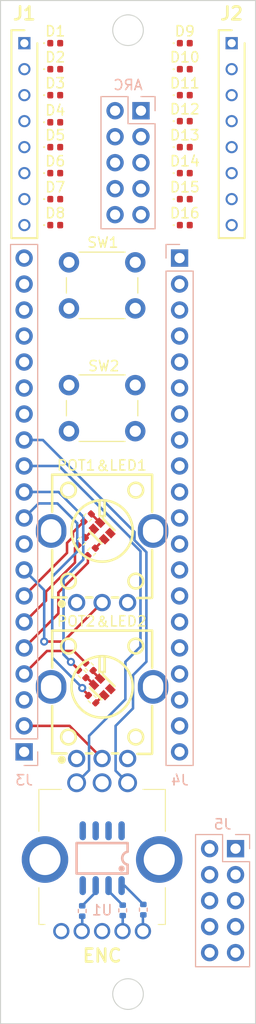
<source format=kicad_pcb>
(kicad_pcb (version 20241229) (generator "pcbnew") (generator_version "9.0")
  (title_block (title "Shock-AE-PCB") (date "2026-02-01") (rev "Mk1") (company "Copyright © 2026 clectric.diy Licensed under CERN-OHL-S v2") (comment 1 "Charles H. Leggett"))
  (layers (0 "F.Cu" signal) (2 "B.Cu" signal) (13 "F.Paste" user) (15 "B.Paste" user) (5 "F.SilkS" user "F.Silkscreen") (7 "B.SilkS" user "B.Silkscreen") (1 "F.Mask" user) (3 "B.Mask" user) (25 "Edge.Cuts" user))
  (net 0 "")
  (net 1 "I2C_SDA")
  (net 2 "SD_D2")
  (net 3 "SPI_MISO")
  (net 4 "AUDIO_IN_1")
  (net 5 "SPI_NSS")
  (net 6 "USB_OTG_FS_ID")
  (net 7 "ENC_CLICK")
  (net 8 "SD_CK")
  (net 9 "AUDIO_IN_2")
  (net 10 "SD_D3")
  (net 11 "SPI_MOSI")
  (net 12 "I2C_SCL")
  (net 13 "SD_D1")
  (net 14 "SD_CMD")
  (net 15 "SD_D0")
  (net 16 "A1_D16")
  (net 17 "SPI_SCK")
  (net 18 "USB_OTG_FS_D-")
  (net 19 "ENC_B")
  (net 20 "POT_1")
  (net 21 "LED_1_G")
  (net 22 "+3V3_A")
  (net 23 "ENC_A")
  (net 24 "LED_2_R")
  (net 25 "A7_D22")
  (net 26 "TAC_SWITCH_2")
  (net 27 "+3V3_D")
  (net 28 "LED_1_B")
  (net 29 "AUDIO_OUT_1")
  (net 30 "LED_1_R")
  (net 31 "POT_2")
  (net 32 "AUDIO_OUT_2")
  (net 33 "USB_OTG_FS_D+")
  (net 34 "LED_2_B")
  (net 35 "TAC_SWITCH_1")
  (net 36 "LED_2_G")
  (net 37 "+5V")
  (net 38 "Net-(D1-A)")
  (net 39 "STOP")
  (net 40 "GATE")
  (net 41 "CTRL")
  (net 42 "CLOCK")
  (net 43 "CV")
  (net 44 "START")
  (net 45 "POT_2_CV")
  (net 46 "POT_1_CV")
  (net 49 "Net-(D2-A)")
  (net 50 "Net-(ENC1--_1)")
  (net 51 "Net-(D3-A)")
  (net 52 "Net-(D4-A)")
  (net 53 "Net-(D5-A)")
  (net 54 "Net-(D6-A)")
  (net 55 "Net-(D7-A)")
  (net 56 "Net-(D8-A)")
  (net 57 "Net-(D9-K)")
  (net 58 "Net-(D10-K)")
  (net 59 "Net-(D11-K)")
  (net 61 "Net-(D12-K)")
  (net 64 "Net-(D13-K)")
  (net 66 "Net-(D14-K)")
  (net 67 "Net-(D15-K)")
  (net 68 "Net-(D16-K)")
  (net 69 "AGND")
  (net 70 "SW_1_CV")
  (net 71 "SW2_2_CV")
  (net 72 "MIDI")
  (net 73 "/ENC_GREEN")
  (net 74 "/ENC_BLUE")
  (net 75 "/ENC_RED")
  (footprint "Diode_SMD:D_0402_1005Metric" (layer "F.Cu") (at 99.725 66.349252)
    (property "Reference" "D16" (at 0 -1.17 0) (layer "F.SilkS"))
    (property "Value" "D")
    (fp_circle (center -1.09 0) (end -1.04 0) (stroke (width 0.1)) (fill no) (layer "F.SilkS"))
    (pad "1" smd roundrect (at -0.485 0) (size 0.59 0.64) (layers "F.Cu" "F.Mask" "F.Paste") (net 68 "Net-(D16-K)"))
    (pad "2" smd roundrect (at 0.485 0) (size 0.59 0.64) (layers "F.Cu" "F.Mask" "F.Paste") (net 25 "A7_D22"))
  )
  (footprint "Diode_SMD:D_0402_1005Metric" (layer "F.Cu") (at 99.725 53.649252)
    (property "Reference" "D11" (at 0 -1.17 0) (layer "F.SilkS"))
    (property "Value" "D")
    (fp_circle (center -1.09 0) (end -1.04 0) (stroke (width 0.1)) (fill no) (layer "F.SilkS"))
    (pad "1" smd roundrect (at -0.485 0) (size 0.59 0.64) (layers "F.Cu" "F.Mask" "F.Paste") (net 59 "Net-(D11-K)"))
    (pad "2" smd roundrect (at 0.485 0) (size 0.59 0.64) (layers "F.Cu" "F.Mask" "F.Paste"))
  )
  (footprint "Resistor_SMD:R_0402_1005Metric" (layer "F.Cu") (at 90.38 109.509252 -45)
    (property "Reference" "R5" (hide yes))
    (property "Value" "R" (hide yes))
    (fp_line (start -0.153641 0.38) (end 0.153641 0.38) (stroke (width 0.12)) (layer "F.SilkS"))
    (fp_line (start -0.153641 -0.38) (end 0.153641 -0.38) (stroke (width 0.12)) (layer "F.SilkS"))
    (pad "1" smd roundrect (at -0.509999 0 315) (size 0.54 0.64) (layers "F.Cu" "F.Mask" "F.Paste") (net 24 "LED_2_R"))
    (pad "2" smd roundrect (at 0.509999 0 315) (size 0.54 0.64) (layers "F.Cu" "F.Mask" "F.Paste") (net 24 "LED_2_R"))
  )
  (footprint "Button_Switch_THT:SW_PUSH_6mm" (layer "F.Cu") (at 94.87 74.489252 180)
    (property "Reference" "SW1" (at 3.175 6.439 0) (layer "F.SilkS"))
    (property "Value" "SW_Push" (hide yes))
    (fp_line (start 6.75 3) (end 6.75 1.5) (stroke (width 0.12)) (layer "F.SilkS"))
    (fp_line (start 5.5 -1) (end 1 -1) (stroke (width 0.12)) (layer "F.SilkS"))
    (fp_line (start 1 5.5) (end 5.5 5.5) (stroke (width 0.12)) (layer "F.SilkS"))
    (fp_line (start -0.25 1.5) (end -0.25 3) (stroke (width 0.12)) (layer "F.SilkS"))
    (pad "1" thru_hole circle (at 0 0 270) (size 2 2) (drill 1.1) (layers "*.Cu" "*.Mask") (net 35 "TAC_SWITCH_1"))
    (pad "1" thru_hole circle (at 6.5 0 270) (size 2 2) (drill 1.1) (layers "*.Cu" "*.Mask") (net 35 "TAC_SWITCH_1"))
    (pad "2" thru_hole circle (at 0 4.5 270) (size 2 2) (drill 1.1) (layers "*.Cu" "*.Mask") (net 69 "AGND"))
    (pad "2" thru_hole circle (at 6.5 4.5 270) (size 2 2) (drill 1.1) (layers "*.Cu" "*.Mask") (net 69 "AGND"))
  )
  (footprint "clectric-diy:LED-SMD_4P-L1.6-W1.5-BL_A-SP1943B1GHR6C-C01-2T" (layer "F.Cu") (at 91.6204 111.479252 -45)
    (property "Reference" "LED2" (at -2.7382 -6.329737 180) (layer "F.SilkS"))
    (property "Value" "LED-SMD_4P-L1.6-W1.5-BL_A-SP1943B1GHR6C-C01-2T" (hide yes))
    (fp_line (start -0.8 0.900001) (end 0.8 0.900001) (stroke (width 0.25)) (layer "F.SilkS"))
    (fp_line (start -0.8 -0.900001) (end 0.8 -0.900001) (stroke (width 0.25)) (layer "F.SilkS"))
    (pad "1" smd rect (at -0.72 0.42 135) (size 0.85 0.65) (layers "F.Cu" "F.Mask" "F.Paste") (net 36 "LED_2_G"))
    (pad "2" smd rect (at -0.72 -0.42 135) (size 0.85 0.65) (layers "F.Cu" "F.Mask" "F.Paste") (net 24 "LED_2_R"))
    (pad "3" smd rect (at 0.72 -0.42 135) (size 0.85 0.65) (layers "F.Cu" "F.Mask" "F.Paste") (net 27 "+3V3_D"))
    (pad "4" smd rect (at 0.72 0.42 135) (size 0.85 0.65) (layers "F.Cu" "F.Mask" "F.Paste") (net 34 "LED_2_B"))
  )
  (footprint "Diode_SMD:D_0402_1005Metric" (layer "F.Cu") (at 99.725 63.809252)
    (property "Reference" "D15" (at 0 -1.17 0) (layer "F.SilkS"))
    (property "Value" "D")
    (fp_circle (center -1.09 0) (end -1.04 0) (stroke (width 0.1)) (fill no) (layer "F.SilkS"))
    (pad "1" smd roundrect (at -0.485 0) (size 0.59 0.64) (layers "F.Cu" "F.Mask" "F.Paste") (net 67 "Net-(D15-K)"))
    (pad "2" smd roundrect (at 0.485 0) (size 0.59 0.64) (layers "F.Cu" "F.Mask" "F.Paste") (net 16 "A1_D16"))
  )
  (footprint "clectric-diy:PEL12T4225SS1024" (layer "F.Cu") (at 91.6204 128.098852 180)
    (property "Reference" "ENC1" (hide yes))
    (property "Value" "ENC" (at 0 -9.6454 0) (layer "F.SilkS") (effects (font (size 1.27 1.27) (thickness 0.254))))
    (fp_line (start 6.2 6.6) (end 6.2 3) (stroke (width 0.1)) (layer "F.SilkS"))
    (fp_line (start 6.2 3) (end 6.2 2.5) (stroke (width 0.1)) (layer "F.SilkS"))
    (fp_line (start 6.2 -3) (end 6.2 -6.6) (stroke (width 0.1)) (layer "F.SilkS"))
    (fp_line (start 6.2 -6.6) (end 5.6 -6.6) (stroke (width 0.1)) (layer "F.SilkS"))
    (fp_line (start 4 6.6) (end 6.2 6.6) (stroke (width 0.1)) (layer "F.SilkS"))
    (fp_line (start -4 6.6) (end -6.2 6.6) (stroke (width 0.1)) (layer "F.SilkS"))
    (fp_line (start -5.5 -6.6) (end -6.2 -6.6) (stroke (width 0.1)) (layer "F.SilkS"))
    (fp_line (start -6.2 6.6) (end -6.2 2.5) (stroke (width 0.1)) (layer "F.SilkS"))
    (fp_line (start -6.2 -6.6) (end -6.2 -3) (stroke (width 0.1)) (layer "F.SilkS"))
    (pad "1" thru_hole circle (at -4 -7.25 180) (size 1.6 1.6) (drill 1.1) (layers "*.Cu" "*.Mask") (net 50 "Net-(ENC1--_1)"))
    (pad "2" thru_hole circle (at -2 -7.25 180) (size 1.6 1.6) (drill 1.1) (layers "*.Cu" "*.Mask") (net 73 "/ENC_GREEN"))
    (pad "3" thru_hole circle (at 0 -7.25 180) (size 1.6 1.6) (drill 1.1) (layers "*.Cu" "*.Mask") (net 7 "ENC_CLICK"))
    (pad "4" thru_hole circle (at 2 -7.25 180) (size 1.6 1.6) (drill 1.1) (layers "*.Cu" "*.Mask") (net 74 "/ENC_BLUE"))
    (pad "5" thru_hole circle (at 4 -7.25 180) (size 1.6 1.6) (drill 1.1) (layers "*.Cu" "*.Mask") (net 37 "+5V"))
    (pad "A1" thru_hole circle (at -2.5 7.25 180) (size 1.85 1.85) (drill 1.3) (layers "*.Cu" "*.Mask") (net 23 "ENC_A"))
    (pad "B1" thru_hole circle (at 2.5 7.25 180) (size 1.85 1.85) (drill 1.3) (layers "*.Cu" "*.Mask") (net 19 "ENC_B"))
    (pad "C1" thru_hole circle (at 0 7.25 180) (size 1.85 1.85) (drill 1.3) (layers "*.Cu" "*.Mask") (net 69 "AGND"))
    (pad "MH1" thru_hole circle (at -5.6 -0.25 180) (size 4.562 4.562) (drill 3.0414) (layers "*.Cu" "*.Mask") (net 69 "AGND"))
    (pad "MH2" thru_hole circle (at 5.6 -0.25 180) (size 4.562 4.562) (drill 3.0414) (layers "*.Cu" "*.Mask") (net 69 "AGND"))
  )
  (footprint "Button_Switch_THT:SW_PUSH_6mm" (layer "F.Cu") (at 94.87 86.489252 180)
    (property "Reference" "SW2" (at 3.085 6.369 0) (layer "F.SilkS"))
    (property "Value" "SW_Push" (hide yes))
    (fp_line (start 6.75 3) (end 6.75 1.5) (stroke (width 0.12)) (layer "F.SilkS"))
    (fp_line (start 5.5 -1) (end 1 -1) (stroke (width 0.12)) (layer "F.SilkS"))
    (fp_line (start 1 5.5) (end 5.5 5.5) (stroke (width 0.12)) (layer "F.SilkS"))
    (fp_line (start -0.25 1.5) (end -0.25 3) (stroke (width 0.12)) (layer "F.SilkS"))
    (pad "1" thru_hole circle (at 0 0 270) (size 2 2) (drill 1.1) (layers "*.Cu" "*.Mask") (net 26 "TAC_SWITCH_2"))
    (pad "1" thru_hole circle (at 6.5 0 270) (size 2 2) (drill 1.1) (layers "*.Cu" "*.Mask") (net 26 "TAC_SWITCH_2"))
    (pad "2" thru_hole circle (at 0 4.5 270) (size 2 2) (drill 1.1) (layers "*.Cu" "*.Mask") (net 69 "AGND"))
    (pad "2" thru_hole circle (at 6.5 4.5 270) (size 2 2) (drill 1.1) (layers "*.Cu" "*.Mask") (net 69 "AGND"))
  )
  (footprint "clectric-diy:RK09K1130D62" (layer "F.Cu") (at 91.6204 114.978852)
    (property "Reference" "POT2" (at -2.5404 -9.9116 0) (layer "F.SilkS"))
    (property "Value" "RK09K1130D62" (hide yes))
    (fp_line (start -4.9 -9) (end -4.9 -5.38) (stroke (width 0.25)) (layer "F.SilkS"))
    (fp_line (start -4.9 -9) (end 4.9 -9) (stroke (width 0.25)) (layer "F.SilkS"))
    (fp_line (start -4.9 -1.62) (end -4.9 3) (stroke (width 0.25)) (layer "F.SilkS"))
    (fp_line (start -4.9 3) (end -3.5 3) (stroke (width 0.25)) (layer "F.SilkS"))
    (fp_line (start -1.58 3) (end -0.96 3) (stroke (width 0.25)) (layer "F.SilkS"))
    (fp_line (start -0.25 -6.48) (end -0.25 -4.95) (stroke (width 0.25)) (layer "F.SilkS"))
    (fp_line (start -0.25 -4.95) (end 0.25 -4.95) (stroke (width 0.25)) (layer "F.SilkS"))
    (fp_line (start 0.25 -4.95) (end 0.25 -6.48) (stroke (width 0.25)) (layer "F.SilkS"))
    (fp_line (start 0.96 3) (end 1.58 3) (stroke (width 0.25)) (layer "F.SilkS"))
    (fp_line (start 4.86 3.05) (end 3.46 3.05) (stroke (width 0.25)) (layer "F.SilkS"))
    (fp_line (start 4.9 -9) (end 4.9 -5.38) (stroke (width 0.25)) (layer "F.SilkS"))
    (fp_line (start 4.9 -1.62) (end 4.9 3) (stroke (width 0.25)) (layer "F.SilkS"))
    (fp_circle (center -3.96 3.62) (end -3.76 3.62) (stroke (width 0.4)) (fill no) (layer "F.SilkS"))
    (fp_circle (center -3.3 -7.49) (end -2.58 -7.49) (stroke (width 0.25)) (fill no) (layer "F.SilkS"))
    (fp_circle (center -3.3 1.4) (end -2.58 1.4) (stroke (width 0.25)) (fill no) (layer "F.SilkS"))
    (fp_circle (center 0 -3.5) (end 3 -3.5) (stroke (width 0.25)) (fill no) (layer "F.SilkS"))
    (fp_circle (center 3.3 -7.49) (end 4.02 -7.49) (stroke (width 0.25)) (fill no) (layer "F.SilkS"))
    (fp_circle (center 3.3 1.4) (end 4.02 1.4) (stroke (width 0.25)) (fill no) (layer "F.SilkS"))
    (pad "1" thru_hole circle (at -2.5 3.5) (size 1.7 1.7) (drill 1.100023) (layers "*.Cu" "*.Mask") (net 69 "AGND"))
    (pad "2" thru_hole circle (at 0 3.5) (size 1.7 1.7) (drill 1.100023) (layers "*.Cu" "*.Mask") (net 31 "POT_2"))
    (pad "3" thru_hole circle (at 2.5 3.5) (size 1.7 1.7) (drill 1.100023) (layers "*.Cu" "*.Mask") (net 22 "+3V3_A"))
    (pad "4" thru_hole oval (at 5 -3.5) (size 3 3.3) (drill oval 1.999996 2.300021) (layers "*.Cu" "*.Mask") (net 69 "AGND"))
    (pad "5" thru_hole oval (at -5 -3.5) (size 3 3.3) (drill oval 1.999996 2.300021) (layers "*.Cu" "*.Mask") (net 69 "AGND"))
  )
  (footprint "Diode_SMD:D_0402_1005Metric" (layer "F.Cu") (at 99.725 51.109252)
    (property "Reference" "D10" (at 0 -1.17 0) (layer "F.SilkS"))
    (property "Value" "D")
    (fp_circle (center -1.09 0) (end -1.04 0) (stroke (width 0.1)) (fill no) (layer "F.SilkS"))
    (pad "1" smd roundrect (at -0.485 0) (size 0.59 0.64) (layers "F.Cu" "F.Mask" "F.Paste") (net 58 "Net-(D10-K)"))
    (pad "2" smd roundrect (at 0.485 0) (size 0.59 0.64) (layers "F.Cu" "F.Mask" "F.Paste") (net 32 "AUDIO_OUT_2"))
  )
  (footprint "clectric-diy:801-87-008-10-005101" (layer "F.Cu") (at 104.32 48.569252 90)
    (property "Reference" "J2" (at 2.9 0 180) (layer "F.SilkS") (effects (font (size 1.27 1.27) (thickness 0.254))))
    (property "Value" "Conn_01x08_Socket" (hide yes))
    (fp_line (start 1.27 -1.27) (end 1.27 0) (stroke (width 0.2)) (layer "F.SilkS"))
    (fp_line (start -19.05 -1.27) (end 1.27 -1.27) (stroke (width 0.2)) (layer "F.SilkS"))
    (fp_line (start 0 1.27) (end -19.05 1.27) (stroke (width 0.2)) (layer "F.SilkS"))
    (fp_line (start -19.05 1.27) (end -19.05 -1.27) (stroke (width 0.2)) (layer "F.SilkS"))
    (pad "1" thru_hole rect (at 0 0 90) (size 1.2 1.2) (drill 0.8) (layers "*.Cu" "*.Mask") (net 57 "Net-(D9-K)"))
    (pad "2" thru_hole circle (at -2.54 0 90) (size 1.2 1.2) (drill 0.8) (layers "*.Cu" "*.Mask") (net 58 "Net-(D10-K)"))
    (pad "3" thru_hole circle (at -5.08 0 90) (size 1.2 1.2) (drill 0.8) (layers "*.Cu" "*.Mask") (net 59 "Net-(D11-K)"))
    (pad "4" thru_hole circle (at -7.62 0 90) (size 1.2 1.2) (drill 0.8) (layers "*.Cu" "*.Mask") (net 61 "Net-(D12-K)"))
    (pad "5" thru_hole circle (at -10.16 0 90) (size 1.2 1.2) (drill 0.8) (layers "*.Cu" "*.Mask") (net 64 "Net-(D13-K)"))
    (pad "6" thru_hole circle (at -12.7 0 90) (size 1.2 1.2) (drill 0.8) (layers "*.Cu" "*.Mask") (net 66 "Net-(D14-K)"))
    (pad "7" thru_hole circle (at -15.24 0 90) (size 1.2 1.2) (drill 0.8) (layers "*.Cu" "*.Mask") (net 67 "Net-(D15-K)"))
    (pad "8" thru_hole circle (at -17.78 0 90) (size 1.2 1.2) (drill 0.8) (layers "*.Cu" "*.Mask") (net 68 "Net-(D16-K)"))
  )
  (footprint "Diode_SMD:D_0402_1005Metric" (layer "F.Cu") (at 87.025 51.109252)
    (property "Reference" "D2" (at 0 -1.17 0) (layer "F.SilkS"))
    (property "Value" "D")
    (fp_circle (center -1.09 0) (end -1.04 0) (stroke (width 0.1)) (fill no) (layer "F.SilkS"))
    (pad "1" smd roundrect (at -0.485 0) (size 0.59 0.64) (layers "F.Cu" "F.Mask" "F.Paste") (net 9 "AUDIO_IN_2"))
    (pad "2" smd roundrect (at 0.485 0) (size 0.59 0.64) (layers "F.Cu" "F.Mask" "F.Paste") (net 49 "Net-(D2-A)"))
  )
  (footprint "Diode_SMD:D_0402_1005Metric" (layer "F.Cu") (at 87.025 61.269252)
    (property "Reference" "D6" (at 0 -1.17 0) (layer "F.SilkS"))
    (property "Value" "D")
    (fp_circle (center -1.09 0) (end -1.04 0) (stroke (width 0.1)) (fill no) (layer "F.SilkS"))
    (pad "1" smd roundrect (at -0.485 0) (size 0.59 0.64) (layers "F.Cu" "F.Mask" "F.Paste") (net 45 "POT_2_CV"))
    (pad "2" smd roundrect (at 0.485 0) (size 0.59 0.64) (layers "F.Cu" "F.Mask" "F.Paste") (net 54 "Net-(D6-A)"))
  )
  (footprint "Resistor_SMD:R_0402_1005Metric" (layer "F.Cu") (at 89.61 97.239252 45)
    (property "Reference" "R1" (hide yes))
    (property "Value" "R" (hide yes))
    (fp_line (start -0.153641 -0.38) (end 0.153641 -0.38) (stroke (width 0.12)) (layer "F.SilkS"))
    (fp_line (start -0.153641 0.38) (end 0.153641 0.38) (stroke (width 0.12)) (layer "F.SilkS"))
    (pad "1" smd roundrect (at -0.509999 0 45) (size 0.54 0.64) (layers "F.Cu" "F.Mask" "F.Paste") (net 21 "LED_1_G"))
    (pad "2" smd roundrect (at 0.509999 0 45) (size 0.54 0.64) (layers "F.Cu" "F.Mask" "F.Paste") (net 21 "LED_1_G"))
  )
  (footprint "Resistor_SMD:R_0402_1005Metric" (layer "F.Cu") (at 90.59 98.279252 45)
    (property "Reference" "R3" (hide yes))
    (property "Value" "R" (hide yes))
    (fp_line (start -0.153641 -0.38) (end 0.153641 -0.38) (stroke (width 0.12)) (layer "F.SilkS"))
    (fp_line (start -0.153641 0.38) (end 0.153641 0.38) (stroke (width 0.12)) (layer "F.SilkS"))
    (pad "1" smd roundrect (at -0.509999 0 45) (size 0.54 0.64) (layers "F.Cu" "F.Mask" "F.Paste") (net 28 "LED_1_B"))
    (pad "2" smd roundrect (at 0.509999 0 45) (size 0.54 0.64) (layers "F.Cu" "F.Mask" "F.Paste") (net 28 "LED_1_B"))
  )
  (footprint "Diode_SMD:D_0402_1005Metric" (layer "F.Cu") (at 87.025 58.729252)
    (property "Reference" "D5" (at 0 -1.17 0) (layer "F.SilkS"))
    (property "Value" "D")
    (fp_circle (center -1.09 0) (end -1.04 0) (stroke (width 0.1)) (fill no) (layer "F.SilkS"))
    (pad "1" smd roundrect (at -0.485 0) (size 0.59 0.64) (layers "F.Cu" "F.Mask" "F.Paste") (net 46 "POT_1_CV"))
    (pad "2" smd roundrect (at 0.485 0) (size 0.59 0.64) (layers "F.Cu" "F.Mask" "F.Paste") (net 53 "Net-(D5-A)"))
  )
  (footprint "clectric-diy:RK09K1130D62" (layer "F.Cu") (at 91.6204 99.739252)
    (property "Reference" "POT1" (at -2.5404 -9.912 0) (layer "F.SilkS"))
    (property "Value" "RK09K1130D62" (hide yes))
    (fp_line (start -4.9 -9) (end -4.9 -5.38) (stroke (width 0.25)) (layer "F.SilkS"))
    (fp_line (start -4.9 -9) (end 4.9 -9) (stroke (width 0.25)) (layer "F.SilkS"))
    (fp_line (start -4.9 -1.62) (end -4.9 3) (stroke (width 0.25)) (layer "F.SilkS"))
    (fp_line (start -4.9 3) (end -3.5 3) (stroke (width 0.25)) (layer "F.SilkS"))
    (fp_line (start -1.58 3) (end -0.96 3) (stroke (width 0.25)) (layer "F.SilkS"))
    (fp_line (start -0.25 -6.48) (end -0.25 -4.95) (stroke (width 0.25)) (layer "F.SilkS"))
    (fp_line (start -0.25 -4.95) (end 0.25 -4.95) (stroke (width 0.25)) (layer "F.SilkS"))
    (fp_line (start 0.25 -4.95) (end 0.25 -6.48) (stroke (width 0.25)) (layer "F.SilkS"))
    (fp_line (start 0.96 3) (end 1.58 3) (stroke (width 0.25)) (layer "F.SilkS"))
    (fp_line (start 4.86 3.05) (end 3.46 3.05) (stroke (width 0.25)) (layer "F.SilkS"))
    (fp_line (start 4.9 -9) (end 4.9 -5.38) (stroke (width 0.25)) (layer "F.SilkS"))
    (fp_line (start 4.9 -1.62) (end 4.9 3) (stroke (width 0.25)) (layer "F.SilkS"))
    (fp_circle (center -3.96 3.62) (end -3.76 3.62) (stroke (width 0.4)) (fill no) (layer "F.SilkS"))
    (fp_circle (center -3.3 -7.49) (end -2.58 -7.49) (stroke (width 0.25)) (fill no) (layer "F.SilkS"))
    (fp_circle (center -3.3 1.4) (end -2.58 1.4) (stroke (width 0.25)) (fill no) (layer "F.SilkS"))
    (fp_circle (center 0 -3.5) (end 3 -3.5) (stroke (width 0.25)) (fill no) (layer "F.SilkS"))
    (fp_circle (center 3.3 -7.49) (end 4.02 -7.49) (stroke (width 0.25)) (fill no) (layer "F.SilkS"))
    (fp_circle (center 3.3 1.4) (end 4.02 1.4) (stroke (width 0.25)) (fill no) (layer "F.SilkS"))
    (pad "1" thru_hole circle (at -2.5 3.5) (size 1.7 1.7) (drill 1.100023) (layers "*.Cu" "*.Mask") (net 69 "AGND"))
    (pad "2" thru_hole circle (at 0 3.5) (size 1.7 1.7) (drill 1.100023) (layers "*.Cu" "*.Mask") (net 20 "POT_1"))
    (pad "3" thru_hole circle (at 2.5 3.5) (size 1.7 1.7) (drill 1.100023) (layers "*.Cu" "*.Mask") (net 22 "+3V3_A"))
    (pad "4" thru_hole oval (at 5 -3.5) (size 3 3.3) (drill oval 1.999996 2.300021) (layers "*.Cu" "*.Mask") (net 69 "AGND"))
    (pad "5" thru_hole oval (at -5 -3.5) (size 3 3.3) (drill oval 1.999996 2.300021) (layers "*.Cu" "*.Mask") (net 69 "AGND"))
  )
  (footprint "clectric-diy:801-87-008-10-005101" (layer "F.Cu") (at 84 48.569252 90)
    (property "Reference" "J1" (at 2.9 0 180) (layer "F.SilkS") (effects (font (size 1.27 1.27) (thickness 0.254))))
    (property "Value" "Conn_01x08_Socket" (hide yes))
    (fp_line (start 1.27 -1.27) (end 1.27 0) (stroke (width 0.2)) (layer "F.SilkS"))
    (fp_line (start -19.05 -1.27) (end 1.27 -1.27) (stroke (width 0.2)) (layer "F.SilkS"))
    (fp_line (start 0 1.27) (end -19.05 1.27) (stroke (width 0.2)) (layer "F.SilkS"))
    (fp_line (start -19.05 1.27) (end -19.05 -1.27) (stroke (width 0.2)) (layer "F.SilkS"))
    (pad "1" thru_hole rect (at 0 0 90) (size 1.2 1.2) (drill 0.8) (layers "*.Cu" "*.Mask") (net 38 "Net-(D1-A)"))
    (pad "2" thru_hole circle (at -2.54 0 90) (size 1.2 1.2) (drill 0.8) (layers "*.Cu" "*.Mask") (net 49 "Net-(D2-A)"))
    (pad "3" thru_hole circle (at -5.08 0 90) (size 1.2 1.2) (drill 0.8) (layers "*.Cu" "*.Mask") (net 51 "Net-(D3-A)"))
    (pad "4" thru_hole circle (at -7.62 0 90) (size 1.2 1.2) (drill 0.8) (layers "*.Cu" "*.Mask") (net 52 "Net-(D4-A)"))
    (pad "5" thru_hole circle (at -10.16 0 90) (size 1.2 1.2) (drill 0.8) (layers "*.Cu" "*.Mask") (net 53 "Net-(D5-A)"))
    (pad "6" thru_hole circle (at -12.7 0 90) (size 1.2 1.2) (drill 0.8) (layers "*.Cu" "*.Mask") (net 54 "Net-(D6-A)"))
    (pad "7" thru_hole circle (at -15.24 0 90) (size 1.2 1.2) (drill 0.8) (layers "*.Cu" "*.Mask") (net 55 "Net-(D7-A)"))
    (pad "8" thru_hole circle (at -17.78 0 90) (size 1.2 1.2) (drill 0.8) (layers "*.Cu" "*.Mask") (net 56 "Net-(D8-A)"))
  )
  (footprint "Diode_SMD:D_0402_1005Metric" (layer "F.Cu") (at 87.025 53.649252)
    (property "Reference" "D3" (at 0 -1.17 0) (layer "F.SilkS"))
    (property "Value" "D")
    (fp_circle (center -1.09 0) (end -1.04 0) (stroke (width 0.1)) (fill no) (layer "F.SilkS"))
    (pad "1" smd roundrect (at -0.485 0) (size 0.59 0.64) (layers "F.Cu" "F.Mask" "F.Paste") (net 70 "SW_1_CV"))
    (pad "2" smd roundrect (at 0.485 0) (size 0.59 0.64) (layers "F.Cu" "F.Mask" "F.Paste") (net 51 "Net-(D3-A)"))
  )
  (footprint "Diode_SMD:D_0402_1005Metric" (layer "F.Cu") (at 99.725 48.569252)
    (property "Reference" "D9" (at 0 -1.17 0) (layer "F.SilkS"))
    (property "Value" "D")
    (fp_circle (center -1.09 0) (end -1.04 0) (stroke (width 0.1)) (fill no) (layer "F.SilkS"))
    (pad "1" smd roundrect (at -0.485 0) (size 0.59 0.64) (layers "F.Cu" "F.Mask" "F.Paste") (net 57 "Net-(D9-K)"))
    (pad "2" smd roundrect (at 0.485 0) (size 0.59 0.64) (layers "F.Cu" "F.Mask" "F.Paste") (net 29 "AUDIO_OUT_1"))
  )
  (footprint "Diode_SMD:D_0402_1005Metric" (layer "F.Cu") (at 99.725 56.189252)
    (property "Reference" "D12" (at 0 -1.17 0) (layer "F.SilkS"))
    (property "Value" "D")
    (fp_circle (center -1.09 0) (end -1.04 0) (stroke (width 0.1)) (fill no) (layer "F.SilkS"))
    (pad "1" smd roundrect (at -0.485 0) (size 0.59 0.64) (layers "F.Cu" "F.Mask" "F.Paste") (net 61 "Net-(D12-K)"))
    (pad "2" smd roundrect (at 0.485 0) (size 0.59 0.64) (layers "F.Cu" "F.Mask" "F.Paste"))
  )
  (footprint "Diode_SMD:D_0402_1005Metric" (layer "F.Cu") (at 87.025 56.299252)
    (property "Reference" "D4" (at 0 -1.17 0) (layer "F.SilkS"))
    (property "Value" "D")
    (fp_circle (center -1.09 0) (end -1.04 0) (stroke (width 0.1)) (fill no) (layer "F.SilkS"))
    (pad "1" smd roundrect (at -0.485 0) (size 0.59 0.64) (layers "F.Cu" "F.Mask" "F.Paste") (net 71 "SW2_2_CV"))
    (pad "2" smd roundrect (at 0.485 0) (size 0.59 0.64) (layers "F.Cu" "F.Mask" "F.Paste") (net 52 "Net-(D4-A)"))
  )
  (footprint "Diode_SMD:D_0402_1005Metric" (layer "F.Cu") (at 99.725 61.269252)
    (property "Reference" "D14" (at 0 -1.17 0) (layer "F.SilkS"))
    (property "Value" "D")
    (fp_circle (center -1.09 0) (end -1.04 0) (stroke (width 0.1)) (fill no) (layer "F.SilkS"))
    (pad "1" smd roundrect (at -0.485 0) (size 0.59 0.64) (layers "F.Cu" "F.Mask" "F.Paste") (net 66 "Net-(D14-K)"))
    (pad "2" smd roundrect (at 0.485 0) (size 0.59 0.64) (layers "F.Cu" "F.Mask" "F.Paste"))
  )
  (footprint "Resistor_SMD:R_0402_1005Metric" (layer "F.Cu") (at 90.64 112.679252 -45)
    (property "Reference" "R6" (hide yes))
    (property "Value" "R" (hide yes))
    (fp_line (start -0.153641 0.38) (end 0.153641 0.38) (stroke (width 0.12)) (layer "F.SilkS"))
    (fp_line (start -0.153641 -0.38) (end 0.153641 -0.38) (stroke (width 0.12)) (layer "F.SilkS"))
    (pad "1" smd roundrect (at -0.509999 0 315) (size 0.54 0.64) (layers "F.Cu" "F.Mask" "F.Paste") (net 34 "LED_2_B"))
    (pad "2" smd roundrect (at 0.509999 0 315) (size 0.54 0.64) (layers "F.Cu" "F.Mask" "F.Paste") (net 34 "LED_2_B"))
  )
  (footprint "Diode_SMD:D_0402_1005Metric" (layer "F.Cu") (at 99.725 58.729252)
    (property "Reference" "D13" (at 0 -1.17 0) (layer "F.SilkS"))
    (property "Value" "D")
    (fp_circle (center -1.09 0) (end -1.04 0) (stroke (width 0.1)) (fill no) (layer "F.SilkS"))
    (pad "1" smd roundrect (at -0.485 0) (size 0.59 0.64) (layers "F.Cu" "F.Mask" "F.Paste") (net 64 "Net-(D13-K)"))
    (pad "2" smd roundrect (at 0.485 0) (size 0.59 0.64) (layers "F.Cu" "F.Mask" "F.Paste"))
  )
  (footprint "Resistor_SMD:R_0402_1005Metric" (layer "F.Cu") (at 90.2 94.939252 45)
    (property "Reference" "R2" (hide yes))
    (property "Value" "R" (hide yes))
    (fp_line (start -0.153641 -0.38) (end 0.153641 -0.38) (stroke (width 0.12)) (layer "F.SilkS"))
    (fp_line (start -0.153641 0.38) (end 0.153641 0.38) (stroke (width 0.12)) (layer "F.SilkS"))
    (pad "1" smd roundrect (at -0.509999 0 45) (size 0.54 0.64) (layers "F.Cu" "F.Mask" "F.Paste") (net 30 "LED_1_R"))
    (pad "2" smd roundrect (at 0.509999 0 45) (size 0.54 0.64) (layers "F.Cu" "F.Mask" "F.Paste") (net 30 "LED_1_R"))
  )
  (footprint "Diode_SMD:D_0402_1005Metric" (layer "F.Cu") (at 87.025 66.349252)
    (property "Reference" "D8" (at 0 -1.17 0) (layer "F.SilkS"))
    (property "Value" "D")
    (fp_circle (center -1.09 0) (end -1.04 0) (stroke (width 0.1)) (fill no) (layer "F.SilkS"))
    (pad "1" smd roundrect (at -0.485 0) (size 0.59 0.64) (layers "F.Cu" "F.Mask" "F.Paste") (net 25 "A7_D22"))
    (pad "2" smd roundrect (at 0.485 0) (size 0.59 0.64) (layers "F.Cu" "F.Mask" "F.Paste") (net 56 "Net-(D8-A)"))
  )
  (footprint "Resistor_SMD:R_0402_1005Metric" (layer "F.Cu") (at 89.67 110.219252 -45)
    (property "Reference" "R4" (hide yes))
    (property "Value" "R" (hide yes))
    (fp_line (start -0.153641 0.38) (end 0.153641 0.38) (stroke (width 0.12)) (layer "F.SilkS"))
    (fp_line (start -0.153641 -0.38) (end 0.153641 -0.38) (stroke (width 0.12)) (layer "F.SilkS"))
    (pad "1" smd roundrect (at -0.509999 0 315) (size 0.54 0.64) (layers "F.Cu" "F.Mask" "F.Paste") (net 36 "LED_2_G"))
    (pad "2" smd roundrect (at 0.509999 0 315) (size 0.54 0.64) (layers "F.Cu" "F.Mask" "F.Paste") (net 36 "LED_2_G"))
  )
  (footprint "clectric-diy:LED-SMD_4P-L1.6-W1.5-BL_A-SP1943B1GHR6C-C01-2T" (layer "F.Cu") (at 91.6204 96.238852 -45)
    (property "Reference" "LED1" (at -2.737917 -6.329454 180) (layer "F.SilkS"))
    (property "Value" "LED-SMD_4P-L1.6-W1.5-BL_A-SP1943B1GHR6C-C01-2T" (hide yes))
    (fp_line (start -0.8 0.900001) (end 0.8 0.900001) (stroke (width 0.25)) (layer "F.SilkS"))
    (fp_line (start -0.8 -0.900001) (end 0.8 -0.900001) (stroke (width 0.25)) (layer "F.SilkS"))
    (pad "1" smd rect (at -0.72 0.42 135) (size 0.85 0.65) (layers "F.Cu" "F.Mask" "F.Paste") (net 21 "LED_1_G"))
    (pad "2" smd rect (at -0.72 -0.42 135) (size 0.85 0.65) (layers "F.Cu" "F.Mask" "F.Paste") (net 30 "LED_1_R"))
    (pad "3" smd rect (at 0.72 -0.42 135) (size 0.85 0.65) (layers "F.Cu" "F.Mask" "F.Paste") (net 27 "+3V3_D"))
    (pad "4" smd rect (at 0.72 0.42 135) (size 0.85 0.65) (layers "F.Cu" "F.Mask" "F.Paste") (net 28 "LED_1_B"))
  )
  (footprint "Diode_SMD:D_0402_1005Metric" (layer "F.Cu") (at 87.025 63.809252)
    (property "Reference" "D7" (at 0 -1.17 0) (layer "F.SilkS"))
    (property "Value" "D")
    (fp_circle (center -1.09 0) (end -1.04 0) (stroke (width 0.1)) (fill no) (layer "F.SilkS"))
    (pad "1" smd roundrect (at -0.485 0) (size 0.59 0.64) (layers "F.Cu" "F.Mask" "F.Paste") (net 16 "A1_D16"))
    (pad "2" smd roundrect (at 0.485 0) (size 0.59 0.64) (layers "F.Cu" "F.Mask" "F.Paste") (net 55 "Net-(D7-A)"))
  )
  (footprint "Diode_SMD:D_0402_1005Metric" (layer "F.Cu") (at 87.025 48.569252)
    (property "Reference" "D1" (at 0 -1.17 0) (layer "F.SilkS"))
    (property "Value" "D")
    (fp_circle (center -1.09 0) (end -1.04 0) (stroke (width 0.1)) (fill no) (layer "F.SilkS"))
    (pad "1" smd roundrect (at -0.485 0) (size 0.59 0.64) (layers "F.Cu" "F.Mask" "F.Paste") (net 4 "AUDIO_IN_1"))
    (pad "2" smd roundrect (at 0.485 0) (size 0.59 0.64) (layers "F.Cu" "F.Mask" "F.Paste") (net 38 "Net-(D1-A)"))
  )
  (footprint "Resistor_SMD:R_0402_1005Metric" (layer "B.Cu") (at 93.64 133.319252 90)
    (property "Reference" "R8" (hide yes))
    (property "Value" "R" (hide yes))
    (fp_line (start -0.153641 -0.38) (end 0.153641 -0.38) (stroke (width 0.12)) (layer "B.SilkS"))
    (fp_line (start -0.153641 0.38) (end 0.153641 0.38) (stroke (width 0.12)) (layer "B.SilkS"))
    (pad "1" smd roundrect (at -0.509999 0 90) (size 0.54 0.64) (layers "B.Cu" "B.Mask" "B.Paste") (net 73 "/ENC_GREEN"))
    (pad "2" smd roundrect (at 0.509999 0 90) (size 0.54 0.64) (layers "B.Cu" "B.Mask" "B.Paste") (net 73 "/ENC_GREEN"))
  )
  (footprint "Connector_PinHeader_2.54mm:PinHeader_2x05_P2.54mm_Vertical" (layer "B.Cu") (at 104.7 127.289252 180)
    (property "Reference" "J5" (at 1.27 2.38 0) (layer "B.SilkS") (effects (justify mirror)))
    (property "Value" "Conn_02x05_Odd_Even" (hide yes))
    (fp_line (start 3.92 1.38) (end 3.92 -11.54) (stroke (width 0.12)) (layer "B.SilkS"))
    (fp_line (start 1.27 1.38) (end 3.92 1.38) (stroke (width 0.12)) (layer "B.SilkS"))
    (fp_line (start 1.27 -1.27) (end 1.27 1.38) (stroke (width 0.12)) (layer "B.SilkS"))
    (fp_line (start -1.38 1.38) (end 0 1.38) (stroke (width 0.12)) (layer "B.SilkS"))
    (fp_line (start -1.38 0) (end -1.38 1.38) (stroke (width 0.12)) (layer "B.SilkS"))
    (fp_line (start -1.38 -1.27) (end 1.27 -1.27) (stroke (width 0.12)) (layer "B.SilkS"))
    (fp_line (start -1.38 -1.27) (end -1.38 -11.54) (stroke (width 0.12)) (layer "B.SilkS"))
    (fp_line (start -1.38 -11.54) (end 3.92 -11.54) (stroke (width 0.12)) (layer "B.SilkS"))
    (pad "1" thru_hole rect (at 0 0 180) (size 1.7 1.7) (drill 1) (layers "*.Cu" "*.Mask") (net 37 "+5V"))
    (pad "2" thru_hole circle (at 2.54 0 180) (size 1.7 1.7) (drill 1) (layers "*.Cu" "*.Mask") (net 37 "+5V"))
    (pad "3" thru_hole circle (at 0 -2.54 180) (size 1.7 1.7) (drill 1) (layers "*.Cu" "*.Mask") (net 69 "AGND"))
    (pad "4" thru_hole circle (at 2.54 -2.54 180) (size 1.7 1.7) (drill 1) (layers "*.Cu" "*.Mask") (net 69 "AGND"))
    (pad "5" thru_hole circle (at 0 -5.08 180) (size 1.7 1.7) (drill 1) (layers "*.Cu" "*.Mask") (net 43 "CV"))
    (pad "6" thru_hole circle (at 2.54 -5.08 180) (size 1.7 1.7) (drill 1) (layers "*.Cu" "*.Mask") (net 40 "GATE"))
    (pad "7" thru_hole circle (at 0 -7.62 180) (size 1.7 1.7) (drill 1) (layers "*.Cu" "*.Mask") (net 44 "START"))
    (pad "8" thru_hole circle (at 2.54 -7.62 180) (size 1.7 1.7) (drill 1) (layers "*.Cu" "*.Mask") (net 42 "CLOCK"))
    (pad "9" thru_hole circle (at 0 -10.16 180) (size 1.7 1.7) (drill 1) (layers "*.Cu" "*.Mask") (net 41 "CTRL"))
    (pad "10" thru_hole circle (at 2.54 -10.16 180) (size 1.7 1.7) (drill 1) (layers "*.Cu" "*.Mask") (net 39 "STOP"))
  )
  (footprint "clectric-diy:Connector_PinSocket-1x20-P2.54mm_Mill-Max_315-13-120-41-004000" (layer "B.Cu") (at 99.215 69.569252 180)
    (property "Reference" "J4" (at -0.025 -51.03 0) (layer "B.SilkS") (effects (justify mirror)))
    (property "Value" "Conn_01x20_Pin" (hide yes))
    (fp_line (start 1.33 1.33) (end 1.33 0) (stroke (width 0.12)) (layer "B.SilkS"))
    (fp_line (start 1.33 -1.27) (end 1.33 -49.59) (stroke (width 0.12)) (layer "B.SilkS"))
    (fp_line (start 0 1.33) (end 1.33 1.33) (stroke (width 0.12)) (layer "B.SilkS"))
    (fp_line (start -1.33 -1.27) (end 1.33 -1.27) (stroke (width 0.12)) (layer "B.SilkS"))
    (fp_line (start -1.33 -1.27) (end -1.33 -49.59) (stroke (width 0.12)) (layer "B.SilkS"))
    (fp_line (start -1.33 -49.59) (end 1.33 -49.59) (stroke (width 0.12)) (layer "B.SilkS"))
    (pad "1" thru_hole rect (at 0 0 180) (size 1.7 1.7) (drill 1) (layers "*.Cu" "*.Mask") (net 6 "USB_OTG_FS_ID"))
    (pad "2" thru_hole circle (at 0 -2.54 180) (size 1.7 1.7) (drill 1) (layers "*.Cu" "*.Mask") (net 10 "SD_D3"))
    (pad "3" thru_hole circle (at 0 -5.08 180) (size 1.7 1.7) (drill 1) (layers "*.Cu" "*.Mask") (net 2 "SD_D2"))
    (pad "4" thru_hole circle (at 0 -7.62 180) (size 1.7 1.7) (drill 1) (layers "*.Cu" "*.Mask") (net 13 "SD_D1"))
    (pad "5" thru_hole circle (at 0 -10.16 180) (size 1.7 1.7) (drill 1) (layers "*.Cu" "*.Mask") (net 15 "SD_D0"))
    (pad "6" thru_hole circle (at 0 -12.7 180) (size 1.7 1.7) (drill 1) (layers "*.Cu" "*.Mask") (net 14 "SD_CMD"))
    (pad "7" thru_hole circle (at 0 -15.24 180) (size 1.7 1.7) (drill 1) (layers "*.Cu" "*.Mask") (net 8 "SD_CK"))
    (pad "8" thru_hole circle (at 0 -17.78 180) (size 1.7 1.7) (drill 1) (layers "*.Cu" "*.Mask") (net 5 "SPI_NSS"))
    (pad "9" thru_hole circle (at 0 -20.32 180) (size 1.7 1.7) (drill 1) (layers "*.Cu" "*.Mask") (net 17 "SPI_SCK"))
    (pad "10" thru_hole circle (at 0 -22.86 180) (size 1.7 1.7) (drill 1) (layers "*.Cu" "*.Mask") (net 3 "SPI_MISO"))
    (pad "11" thru_hole circle (at 0 -25.4 180) (size 1.7 1.7) (drill 1) (layers "*.Cu" "*.Mask") (net 11 "SPI_MOSI"))
    (pad "12" thru_hole circle (at 0 -27.94 180) (size 1.7 1.7) (drill 1) (layers "*.Cu" "*.Mask") (net 12 "I2C_SCL"))
    (pad "13" thru_hole circle (at 0 -30.48 180) (size 1.7 1.7) (drill 1) (layers "*.Cu" "*.Mask") (net 1 "I2C_SDA"))
    (pad "14" thru_hole circle (at 0 -33.02 180) (size 1.7 1.7) (drill 1) (layers "*.Cu" "*.Mask") (net 7 "ENC_CLICK"))
    (pad "15" thru_hole circle (at 0 -35.56 180) (size 1.7 1.7) (drill 1) (layers "*.Cu" "*.Mask") (net 72 "MIDI"))
    (pad "16" thru_hole circle (at 0 -38.1 180) (size 1.7 1.7) (drill 1) (layers "*.Cu" "*.Mask") (net 4 "AUDIO_IN_1"))
    (pad "17" thru_hole circle (at 0 -40.64 180) (size 1.7 1.7) (drill 1) (layers "*.Cu" "*.Mask") (net 9 "AUDIO_IN_2"))
    (pad "18" thru_hole circle (at 0 -43.18 180) (size 1.7 1.7) (drill 1) (layers "*.Cu" "*.Mask") (net 29 "AUDIO_OUT_1"))
    (pad "19" thru_hole circle (at 0 -45.72 180) (size 1.7 1.7) (drill 1) (layers "*.Cu" "*.Mask") (net 32 "AUDIO_OUT_2"))
    (pad "20" thru_hole circle (at 0 -48.26 180) (size 1.7 1.7) (drill 1) (layers "*.Cu" "*.Mask") (net 69 "AGND"))
  )
  (footprint "Resistor_SMD:R_0402_1005Metric" (layer "B.Cu") (at 89.67 133.379252 90)
    (property "Reference" "R9" (hide yes))
    (property "Value" "R" (hide yes))
    (fp_line (start -0.153641 -0.38) (end 0.153641 -0.38) (stroke (width 0.12)) (layer "B.SilkS"))
    (fp_line (start -0.153641 0.38) (end 0.153641 0.38) (stroke (width 0.12)) (layer "B.SilkS"))
    (pad "1" smd roundrect (at -0.509999 0 90) (size 0.54 0.64) (layers "B.Cu" "B.Mask" "B.Paste") (net 74 "/ENC_BLUE"))
    (pad "2" smd roundrect (at 0.509999 0 90) (size 0.54 0.64) (layers "B.Cu" "B.Mask" "B.Paste") (net 74 "/ENC_BLUE"))
  )
  (footprint "clectric-diy:SOP-8_L4.9-W3.9-P1.27-LS6.0-BL" (layer "B.Cu") (at 91.62 128.219252 180)
    (property "Reference" "U1" (at 0 -5.08 0) (layer "B.SilkS") (effects (justify mirror)))
    (property "Value" "WS2811" (hide yes))
    (fp_line (start 2.5 -1.5) (end 2.5 1.48) (stroke (width 0.25)) (layer "B.SilkS"))
    (fp_line (start -2.5 1.48) (end 2.5 1.48) (stroke (width 0.25)) (layer "B.SilkS"))
    (fp_line (start -2.5 0.63) (end -2.5 1.48) (stroke (width 0.25)) (layer "B.SilkS"))
    (fp_line (start -2.5 -0.63) (end -2.5 -1.5) (stroke (width 0.25)) (layer "B.SilkS"))
    (fp_line (start -2.5 -1.5) (end 2.5 -1.5) (stroke (width 0.25)) (layer "B.SilkS"))
    (fp_arc (start -2.494818 -0.629073) (mid -1.970475 0.002632) (end -2.5 0.63) (stroke (width 0.25)) (layer "B.SilkS"))
    (fp_circle (center -1.91 -1.02) (end -1.76 -1.02) (stroke (width 0.3)) (fill no) (layer "B.SilkS"))
    (pad "1" smd oval (at -1.91 -2.68 180) (size 0.63 1.86) (layers "B.Cu" "B.Mask" "B.Paste") (net 75 "/ENC_RED"))
    (pad "2" smd oval (at -0.63 -2.68 180) (size 0.63 1.86) (layers "B.Cu" "B.Mask" "B.Paste") (net 73 "/ENC_GREEN"))
    (pad "3" smd oval (at 0.63 -2.68 180) (size 0.63 1.86) (layers "B.Cu" "B.Mask" "B.Paste") (net 74 "/ENC_BLUE"))
    (pad "4" smd oval (at 1.9 -2.68 180) (size 0.63 1.86) (layers "B.Cu" "B.Mask" "B.Paste") (net 69 "AGND"))
    (pad "5" smd oval (at 1.9 2.68 180) (size 0.63 1.86) (layers "B.Cu" "B.Mask" "B.Paste"))
    (pad "6" smd oval (at 0.63 2.68 180) (size 0.63 1.86) (layers "B.Cu" "B.Mask" "B.Paste") (net 11 "SPI_MOSI"))
    (pad "7" smd oval (at -0.63 2.68 180) (size 0.63 1.86) (layers "B.Cu" "B.Mask" "B.Paste"))
    (pad "8" smd oval (at -1.91 2.68 180) (size 0.63 1.86) (layers "B.Cu" "B.Mask" "B.Paste") (net 37 "+5V"))
  )
  (footprint "Connector_PinHeader_2.54mm:PinHeader_2x05_P2.54mm_Vertical" (layer "B.Cu") (at 95.43 55.169252 180)
    (property "Reference" "J6" (hide yes))
    (property "Value" "Conn_02x05_Odd_Even" (hide yes))
    (fp_line (start 3.92 1.38) (end 3.92 -11.54) (stroke (width 0.12)) (layer "B.SilkS"))
    (fp_line (start 1.27 1.38) (end 3.92 1.38) (stroke (width 0.12)) (layer "B.SilkS"))
    (fp_line (start 1.27 -1.27) (end 1.27 1.38) (stroke (width 0.12)) (layer "B.SilkS"))
    (fp_line (start -1.38 1.38) (end 0 1.38) (stroke (width 0.12)) (layer "B.SilkS"))
    (fp_line (start -1.38 0) (end -1.38 1.38) (stroke (width 0.12)) (layer "B.SilkS"))
    (fp_line (start -1.38 -1.27) (end 1.27 -1.27) (stroke (width 0.12)) (layer "B.SilkS"))
    (fp_line (start -1.38 -1.27) (end -1.38 -11.54) (stroke (width 0.12)) (layer "B.SilkS"))
    (fp_line (start -1.38 -11.54) (end 3.92 -11.54) (stroke (width 0.12)) (layer "B.SilkS"))
    (pad "1" thru_hole rect (at 0 0 180) (size 1.7 1.7) (drill 1) (layers "*.Cu" "*.Mask") (net 22 "+3V3_A"))
    (pad "2" thru_hole circle (at 2.54 0 180) (size 1.7 1.7) (drill 1) (layers "*.Cu" "*.Mask") (net 27 "+3V3_D"))
    (pad "3" thru_hole circle (at 0 -2.54 180) (size 1.7 1.7) (drill 1) (layers "*.Cu" "*.Mask") (net 69 "AGND"))
    (pad "4" thru_hole circle (at 2.54 -2.54 180) (size 1.7 1.7) (drill 1) (layers "*.Cu" "*.Mask") (net 69 "AGND"))
    (pad "5" thru_hole circle (at 0 -5.08 180) (size 1.7 1.7) (drill 1) (layers "*.Cu" "*.Mask") (net 1 "I2C_SDA"))
    (pad "6" thru_hole circle (at 2.54 -5.08 180) (size 1.7 1.7) (drill 1) (layers "*.Cu" "*.Mask") (net 12 "I2C_SCL"))
    (pad "7" thru_hole circle (at 0 -7.62 180) (size 1.7 1.7) (drill 1) (layers "*.Cu" "*.Mask") (net 11 "SPI_MOSI"))
    (pad "8" thru_hole circle (at 2.54 -7.62 180) (size 1.7 1.7) (drill 1) (layers "*.Cu" "*.Mask") (net 3 "SPI_MISO"))
    (pad "9" thru_hole circle (at 0 -10.16 180) (size 1.7 1.7) (drill 1) (layers "*.Cu" "*.Mask") (net 5 "SPI_NSS"))
    (pad "10" thru_hole circle (at 2.54 -10.16 180) (size 1.7 1.7) (drill 1) (layers "*.Cu" "*.Mask") (net 17 "SPI_SCK"))
  )
  (footprint "Resistor_SMD:R_0402_1005Metric" (layer "B.Cu") (at 95.66 133.249252 90)
    (property "Reference" "R7" (hide yes))
    (property "Value" "R" (hide yes))
    (fp_line (start -0.153641 -0.38) (end 0.153641 -0.38) (stroke (width 0.12)) (layer "B.SilkS"))
    (fp_line (start -0.153641 0.38) (end 0.153641 0.38) (stroke (width 0.12)) (layer "B.SilkS"))
    (pad "1" smd roundrect (at -0.509999 0 90) (size 0.54 0.64) (layers "B.Cu" "B.Mask" "B.Paste") (net 50 "Net-(ENC1--_1)"))
    (pad "2" smd roundrect (at 0.509999 0 90) (size 0.54 0.64) (layers "B.Cu" "B.Mask" "B.Paste") (net 75 "/ENC_RED"))
  )
  (footprint "clectric-diy:Connector_PinSocket-1x20-P2.54mm_Mill-Max_315-13-120-41-004000" (layer "B.Cu") (at 83.975 117.829252)
    (property "Reference" "J3" (at 0 2.77 0) (layer "B.SilkS") (effects (justify mirror)))
    (property "Value" "Conn_01x20_Pin" (hide yes))
    (fp_line (start -1.33 -49.59) (end 1.33 -49.59) (stroke (width 0.12)) (layer "B.SilkS"))
    (fp_line (start -1.33 -1.27) (end -1.33 -49.59) (stroke (width 0.12)) (layer "B.SilkS"))
    (fp_line (start -1.33 -1.27) (end 1.33 -1.27) (stroke (width 0.12)) (layer "B.SilkS"))
    (fp_line (start 0 1.33) (end 1.33 1.33) (stroke (width 0.12)) (layer "B.SilkS"))
    (fp_line (start 1.33 -1.27) (end 1.33 -49.59) (stroke (width 0.12)) (layer "B.SilkS"))
    (fp_line (start 1.33 1.33) (end 1.33 0) (stroke (width 0.12)) (layer "B.SilkS"))
    (pad "1" thru_hole rect (at 0 0) (size 1.7 1.7) (drill 1) (layers "*.Cu" "*.Mask") (net 22 "+3V3_A"))
    (pad "2" thru_hole circle (at 0 -2.54) (size 1.7 1.7) (drill 1) (layers "*.Cu" "*.Mask") (net 31 "POT_2"))
    (pad "3" thru_hole circle (at 0 -5.08) (size 1.7 1.7) (drill 1) (layers "*.Cu" "*.Mask") (net 16 "A1_D16"))
    (pad "4" thru_hole circle (at 0 -7.62) (size 1.7 1.7) (drill 1) (layers "*.Cu" "*.Mask") (net 24 "LED_2_R"))
    (pad "5" thru_hole circle (at 0 -10.16) (size 1.7 1.7) (drill 1) (layers "*.Cu" "*.Mask") (net 28 "LED_1_B"))
    (pad "6" thru_hole circle (at 0 -12.7) (size 1.7 1.7) (drill 1) (layers "*.Cu" "*.Mask") (net 21 "LED_1_G"))
    (pad "7" thru_hole circle (at 0 -15.24) (size 1.7 1.7) (drill 1) (layers "*.Cu" "*.Mask") (net 30 "LED_1_R"))
    (pad "8" thru_hole circle (at 0 -17.78) (size 1.7 1.7) (drill 1) (layers "*.Cu" "*.Mask") (net 20 "POT_1"))
    (pad "9" thru_hole circle (at 0 -20.32) (size 1.7 1.7) (drill 1) (layers "*.Cu" "*.Mask") (net 25 "A7_D22"))
    (pad "10" thru_hole circle (at 0 -22.86) (size 1.7 1.7) (drill 1) (layers "*.Cu" "*.Mask") (net 34 "LED_2_B"))
    (pad "11" thru_hole circle (at 0 -25.4) (size 1.7 1.7) (drill 1) (layers "*.Cu" "*.Mask") (net 36 "LED_2_G"))
    (pad "12" thru_hole circle (at 0 -27.94) (size 1.7 1.7) (drill 1) (layers "*.Cu" "*.Mask") (net 19 "ENC_B"))
    (pad "13" thru_hole circle (at 0 -30.48) (size 1.7 1.7) (drill 1) (layers "*.Cu" "*.Mask") (net 23 "ENC_A"))
    (pad "14" thru_hole circle (at 0 -33.02) (size 1.7 1.7) (drill 1) (layers "*.Cu" "*.Mask") (net 35 "TAC_SWITCH_1"))
    (pad "15" thru_hole circle (at 0 -35.56) (size 1.7 1.7) (drill 1) (layers "*.Cu" "*.Mask") (net 26 "TAC_SWITCH_2"))
    (pad "16" thru_hole circle (at 0 -38.1) (size 1.7 1.7) (drill 1) (layers "*.Cu" "*.Mask") (net 18 "USB_OTG_FS_D-"))
    (pad "17" thru_hole circle (at 0 -40.64) (size 1.7 1.7) (drill 1) (layers "*.Cu" "*.Mask") (net 33 "USB_OTG_FS_D+"))
    (pad "18" thru_hole circle (at 0 -43.18) (size 1.7 1.7) (drill 1) (layers "*.Cu" "*.Mask") (net 27 "+3V3_D"))
    (pad "19" thru_hole circle (at 0 -45.72) (size 1.7 1.7) (drill 1) (layers "*.Cu" "*.Mask") (net 37 "+5V"))
    (pad "20" thru_hole circle (at 0 -48.26) (size 1.7 1.7) (drill 1) (layers "*.Cu" "*.Mask") (net 69 "AGND"))
  )
  (gr_rect (start 81.66 44.399252) (end 106.66 144.399252) (stroke (width 0.1)) (fill no) (layer "Edge.Cuts"))
  (gr_circle (center 94.16 141.499252) (end 95.66 141.499252) (stroke (width 0.1)) (fill no) (layer "Edge.Cuts"))
  (gr_circle (center 94.16 47.299252) (end 95.66 47.299252) (stroke (width 0.1)) (fill no) (layer "Edge.Cuts"))
  (gr_text "&" (at 90.985 90.462252 0) (layer "F.SilkS") (effects (font (size 1 1)) (justify left bottom)))
  (gr_text "&" (at 90.985 105.702252 0) (layer "F.SilkS") (effects (font (size 1 1)) (justify left bottom)))
  (gr_text "ARC" (at 94.16 52.654252 0) (layer "B.SilkS") (effects (font (size 1 1)) (justify mirror)))
  (segment (start 94.4534 96.942652) (end 94.4534 97.286853) (width 0.25) (layer "B.Cu") (net 19))
  (segment (start 95.38 107.549252) (end 93.9 109.029252) (width 0.25) (layer "B.Cu") (net 19))
  (segment (start 90.34 119.629252) (end 89.1204 120.848852) (width 0.25) (layer "B.Cu") (net 19))
  (segment (start 87.4 89.889252) (end 94.4534 96.942652) (width 0.25) (layer "B.Cu") (net 19))
  (segment (start 95.38 98.213453) (end 95.38 107.549252) (width 0.25) (layer "B.Cu") (net 19))
  (segment (start 94.4534 97.286853) (end 95.38 98.213453) (width 0.25) (layer "B.Cu") (net 19))
  (segment (start 93.9 109.029252) (end 93.9 112.699252) (width 0.25) (layer "B.Cu") (net 19))
  (segment (start 90.34 116.259252) (end 90.34 119.629252) (width 0.25) (layer "B.Cu") (net 19))
  (segment (start 93.9 112.699252) (end 90.34 116.259252) (width 0.25) (layer "B.Cu") (net 19))
  (segment (start 83.975 89.889252) (end 87.4 89.889252) (width 0.25) (layer "B.Cu") (net 19))
  (segment (start 87.8104 107.049252) (end 91.6204 103.239252) (width 0.25) (layer "F.Cu") (net 20))
  (segment (start 85.94 107.049252) (end 87.8104 107.049252) (width 0.25) (layer "F.Cu") (net 20))
  (via (at 85.94 107.049252) (size 0.8) (drill 0.4) (layers "F.Cu" "B.Cu") (net 20))
  (segment (start 85.94 107.049252) (end 85.94 102.014252) (width 0.25) (layer "B.Cu") (net 20))
  (segment (start 85.94 102.014252) (end 83.975 100.049252) (width 0.25) (layer "B.Cu") (net 20))
  (segment (start 83.995 100.029252) (end 83.975 100.049252) (width 0.25) (layer "B.Cu") (net 20))
  (segment (start 90.814298 96.02672) (end 90.814298 96.034954) (width 0.25) (layer "F.Cu") (net 21))
  (segment (start 88.96 97.889252) (end 89.249376 97.599876) (width 0.25) (layer "F.Cu") (net 21))
  (segment (start 84.03 105.129252) (end 86.12 103.039252) (width 0.25) (layer "F.Cu") (net 21))
  (segment (start 88.96 99.329252) (end 88.96 97.889252) (width 0.25) (layer "F.Cu") (net 21))
  (segment (start 83.975 105.129252) (end 84.03 105.129252) (width 0.25) (layer "F.Cu") (net 21))
  (segment (start 90.814298 96.034954) (end 89.970624 96.878628) (width 0.25) (layer "F.Cu") (net 21))
  (segment (start 86.12 103.039252) (end 86.12 102.169252) (width 0.25) (layer "F.Cu") (net 21))
  (segment (start 86.12 102.169252) (end 88.96 99.329252) (width 0.25) (layer "F.Cu") (net 21))
  (segment (start 95.96 109.019252) (end 95.96 98.311206) (width 0.25) (layer "B.Cu") (net 23))
  (segment (start 94.1204 120.848852) (end 92.9444 119.672852) (width 0.25) (layer "B.Cu") (net 23))
  (segment (start 85.81 87.349252) (end 83.975 87.349252) (width 0.25) (layer "B.Cu") (net 23))
  (segment (start 94.7944 96.333652) (end 85.81 87.349252) (width 0.25) (layer "B.Cu") (net 23))
  (segment (start 94.1204 120.669652) (end 94.1204 120.848852) (width 0.25) (layer "B.Cu") (net 23))
  (segment (start 92.9444 115.284852) (end 94.65 113.579252) (width 0.25) (layer "B.Cu") (net 23))
  (segment (start 94.65 113.579252) (end 94.65 110.329252) (width 0.25) (layer "B.Cu") (net 23))
  (segment (start 92.9444 119.672852) (end 92.9444 115.284852) (width 0.25) (layer "B.Cu") (net 23))
  (segment (start 94.65 110.329252) (end 95.96 109.019252) (width 0.25) (layer "B.Cu") (net 23))
  (segment (start 95.96 98.311206) (end 94.7944 97.145606) (width 0.25) (layer "B.Cu") (net 23))
  (segment (start 94.7944 97.145606) (end 94.7944 96.333652) (width 0.25) (layer "B.Cu") (net 23))
  (segment (start 90.019376 109.148628) (end 88.84 107.969252) (width 0.25) (layer "F.Cu") (net 24))
  (segment (start 90.740624 109.869876) (end 90.740624 110.005506) (width 0.25) (layer "F.Cu") (net 24))
  (segment (start 86.215 107.969252) (end 83.975 110.209252) (width 0.25) (layer "F.Cu") (net 24))
  (segment (start 90.740624 110.005506) (end 91.408268 110.67315) (width 0.25) (layer "F.Cu") (net 24))
  (segment (start 88.84 107.969252) (end 86.215 107.969252) (width 0.25) (layer "F.Cu") (net 24))
  (segment (start 88.195 86.489252) (end 88.37 86.489252) (width 0.25) (layer "F.Cu") (net 26))
  (segment (start 91.832532 97.044954) (end 91.824298 97.044954) (width 0.25) (layer "F.Cu") (net 28))
  (segment (start 91.824298 97.044954) (end 90.950624 97.918628) (width 0.25) (layer "F.Cu") (net 28))
  (segment (start 83.975 107.669252) (end 87.33 104.314252) (width 0.25) (layer "F.Cu") (net 28))
  (segment (start 90.229376 99.357122) (end 90.229376 98.639876) (width 0.25) (layer "F.Cu") (net 28))
  (segment (start 87.33 102.256498) (end 90.229376 99.357122) (width 0.25) (layer "F.Cu") (net 28))
  (segment (start 87.33 104.314252) (end 87.33 102.256498) (width 0.25) (layer "F.Cu") (net 28))
  (segment (start 91.408268 95.43275) (end 91.408268 95.426272) (width 0.25) (layer "F.Cu") (net 30))
  (segment (start 88.18 98.384252) (end 83.975 102.589252) (width 0.25) (layer "F.Cu") (net 30))
  (segment (start 88.76 96.379252) (end 88.76 96.832006) (width 0.25) (layer "F.Cu") (net 30))
  (segment (start 88.76 96.832006) (end 88.18 97.412006) (width 0.25) (layer "F.Cu") (net 30))
  (segment (start 88.18 97.412006) (end 88.18 98.384252) (width 0.25) (layer "F.Cu") (net 30))
  (segment (start 91.408268 95.426272) (end 90.560624 94.578628) (width 0.25) (layer "F.Cu") (net 30))
  (segment (start 89.839376 95.299876) (end 88.76 96.379252) (width 0.25) (layer "F.Cu") (net 30))
  (segment (start 83.975 115.289252) (end 88.4308 115.289252) (width 0.25) (layer "F.Cu") (net 31))
  (segment (start 88.4308 115.289252) (end 91.6204 118.478852) (width 0.25) (layer "F.Cu") (net 31))
  (segment (start 91.000624 113.028628) (end 91.743898 112.285354) (width 0.25) (layer "F.Cu") (net 34))
  (segment (start 91.000624 113.039876) (end 91.000624 113.028628) (width 0.25) (layer "F.Cu") (net 34))
  (segment (start 90.279376 112.278628) (end 89.67 111.669252) (width 0.25) (layer "F.Cu") (net 34))
  (segment (start 89.67 111.669252) (end 89.67 111.589252) (width 0.25) (layer "F.Cu") (net 34))
  (segment (start 89.67 111.589252) (end 89.67 111.849252) (width 0.25) (layer "F.Cu") (net 34))
  (segment (start 91.743898 112.285354) (end 91.832532 112.285354) (width 0.25) (layer "F.Cu") (net 34))
  (segment (start 90.279376 112.318628) (end 90.279376 112.278628) (width 0.25) (layer "F.Cu") (net 34))
  (segment (start 90.970624 113.149876) (end 90.970624 113.147262) (width 0.25) (layer "F.Cu") (net 34))
  (via (at 89.67 111.589252) (size 0.8) (drill 0.4) (layers "F.Cu" "B.Cu") (net 34))
  (segment (start 89.51 111.429252) (end 89.51 111.399252) (width 0.25) (layer "B.Cu") (net 34))
  (segment (start 89.51 111.399252) (end 86.73 108.619252) (width 0.25) (layer "B.Cu") (net 34))
  (segment (start 83.975 94.969252) (end 83.94 94.969252) (width 0.25) (layer "B.Cu") (net 34))
  (segment (start 89.67 111.589252) (end 89.51 111.429252) (width 0.25) (layer "B.Cu") (net 34))
  (segment (start 89.18 95.489252) (end 87.24 93.549252) (width 0.25) (layer "B.Cu") (net 34))
  (segment (start 87.24 93.549252) (end 85.395 93.549252) (width 0.25) (layer "B.Cu") (net 34))
  (segment (start 85.395 93.549252) (end 83.975 94.969252) (width 0.25) (layer "B.Cu") (net 34))
  (segment (start 86.73 108.619252) (end 86.73 100.709252) (width 0.25) (layer "B.Cu") (net 34))
  (segment (start 89.18 98.259252) (end 89.18 95.489252) (width 0.25) (layer "B.Cu") (net 34))
  (segment (start 86.73 100.709252) (end 89.18 98.259252) (width 0.25) (layer "B.Cu") (net 34))
  (segment (start 90.030624 110.579876) (end 90.127054 110.579876) (width 0.25) (layer "F.Cu") (net 36))
  (segment (start 89.309376 109.788628) (end 89.309376 109.858628) (width 0.25) (layer "F.Cu") (net 36))
  (segment (start 88.56 109.039252) (end 89.309376 109.788628) (width 0.25) (layer "F.Cu") (net 36))
  (segment (start 90.127054 110.579876) (end 90.814298 111.26712) (width 0.25) (layer "F.Cu") (net 36))
  (via (at 88.56 109.039252) (size 0.8) (drill 0.4) (layers "F.Cu" "B.Cu") (net 36))
  (segment (start 89.77 94.849252) (end 89.77 99.039252) (width 0.25) (layer "B.Cu") (net 36))
  (segment (start 83.975 92.429252) (end 87.35 92.429252) (width 0.25) (layer "B.Cu") (net 36))
  (segment (start 87.35 92.429252) (end 89.77 94.849252) (width 0.25) (layer "B.Cu") (net 36))
  (segment (start 87.84 108.319252) (end 88.56 109.039252) (width 0.25) (layer "B.Cu") (net 36))
  (segment (start 87.84 100.969252) (end 87.84 108.319252) (width 0.25) (layer "B.Cu") (net 36))
  (segment (start 89.77 99.039252) (end 87.84 100.969252) (width 0.25) (layer "B.Cu") (net 36))
  (segment (start 95.6204 135.348852) (end 95.6204 133.798851) (width 0.25) (layer "B.Cu") (net 50))
  (segment (start 95.6204 133.798851) (end 95.66 133.759251) (width 0.25) (layer "B.Cu") (net 50))
  (segment (start 92.25 130.899252) (end 92.25 131.419253) (width 0.25) (layer "B.Cu") (net 73))
  (segment (start 93.64 135.329252) (end 93.6204 135.348852) (width 0.25) (layer "B.Cu") (net 73))
  (segment (start 93.64 133.829251) (end 93.64 135.329252) (width 0.25) (layer "B.Cu") (net 73))
  (segment (start 92.25 131.419253) (end 93.64 132.809253) (width 0.25) (layer "B.Cu") (net 73))
  (segment (start 90.99 131.549253) (end 89.67 132.869253) (width 0.25) (layer "B.Cu") (net 74))
  (segment (start 89.67 135.299252) (end 89.6204 135.348852) (width 0.25) (layer "B.Cu") (net 74))
  (segment (start 90.99 130.899252) (end 90.99 131.549253) (width 0.25) (layer "B.Cu") (net 74))
  (segment (start 89.67 133.889251) (end 89.67 135.299252) (width 0.25) (layer "B.Cu") (net 74))
  (segment (start 93.53 130.899252) (end 93.819999 130.899252) (width 0.25) (layer "B.Cu") (net 75))
  (segment (start 93.819999 130.899252) (end 95.66 132.739253) (width 0.25) (layer "B.Cu") (net 75))
)
</source>
